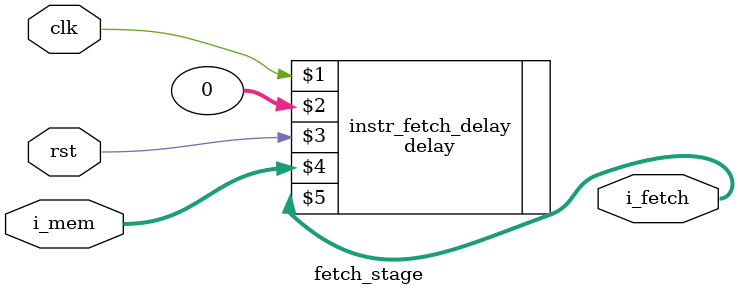
<source format=sv>
module fetch_stage (
    input clk, rst,
    input  [31:0] i_mem,    //imout
    output [31:0] i_fetch   //I
);

delay instr_fetch_delay(clk, 0, rst, i_mem, i_fetch);

endmodule
</source>
